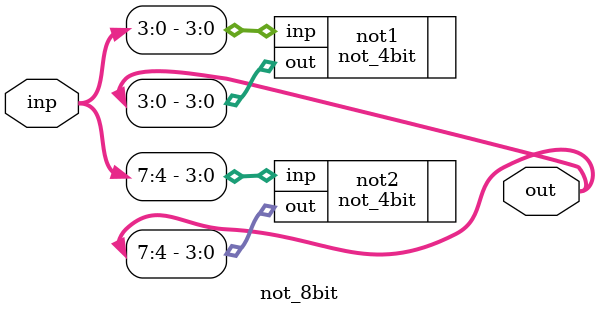
<source format=v>
module not_8bit (
	output [7:0] out,
	input [7:0] inp
);

	not_4bit not1 (
		.out(out[3:0]),
		.inp(inp[3:0])
	);
	
	not_4bit not2 (
		.out(out[7:4]),
		.inp(inp[7:4])
	);

endmodule

</source>
